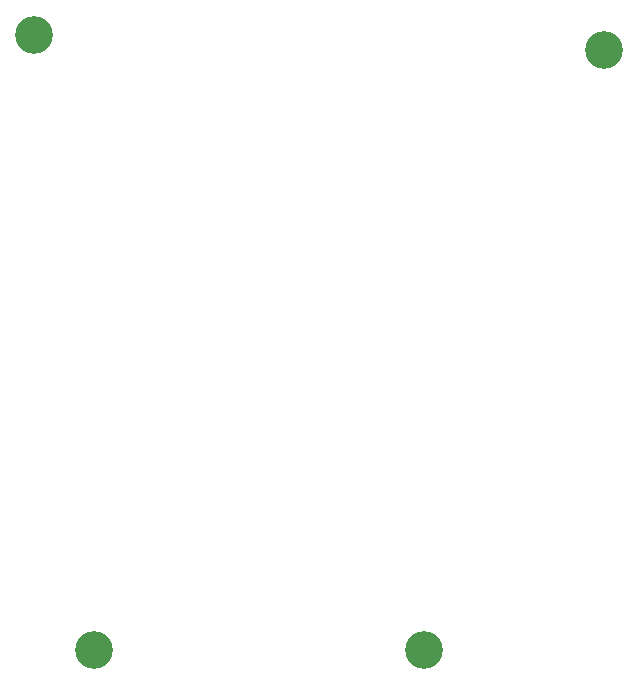
<source format=gbr>
%TF.GenerationSoftware,KiCad,Pcbnew,(6.0.11)*%
%TF.CreationDate,2024-01-05T14:59:19+00:00*%
%TF.ProjectId,EcoIDTesterCaseRear,45636f49-4454-4657-9374-657243617365,rev?*%
%TF.SameCoordinates,Original*%
%TF.FileFunction,Soldermask,Top*%
%TF.FilePolarity,Negative*%
%FSLAX46Y46*%
G04 Gerber Fmt 4.6, Leading zero omitted, Abs format (unit mm)*
G04 Created by KiCad (PCBNEW (6.0.11)) date 2024-01-05 14:59:19*
%MOMM*%
%LPD*%
G01*
G04 APERTURE LIST*
%ADD10C,3.200000*%
G04 APERTURE END LIST*
D10*
%TO.C,A1*%
X125155000Y-131820000D03*
X120075000Y-79750000D03*
X168335000Y-81020000D03*
X153095000Y-131820000D03*
%TD*%
M02*

</source>
